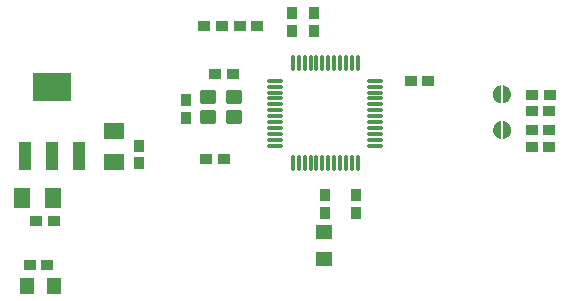
<source format=gtp>
G04*
G04 #@! TF.GenerationSoftware,Altium Limited,Altium Designer,21.3.2 (30)*
G04*
G04 Layer_Color=8421504*
%FSLAX24Y24*%
%MOIN*%
G70*
G04*
G04 #@! TF.SameCoordinates,C6C43F33-DCCB-449E-A6F8-7945281E5F6C*
G04*
G04*
G04 #@! TF.FilePolarity,Positive*
G04*
G01*
G75*
%ADD18R,0.0394X0.0945*%
%ADD19R,0.1299X0.0945*%
%ADD20R,0.0709X0.0551*%
%ADD21R,0.0374X0.0394*%
%ADD22R,0.0551X0.0709*%
%ADD23R,0.0394X0.0374*%
%ADD24R,0.0500X0.0550*%
%ADD25R,0.0550X0.0500*%
%ADD26O,0.0118X0.0571*%
%ADD27O,0.0571X0.0118*%
%ADD28C,0.0079*%
G04:AMPARAMS|DCode=29|XSize=55.1mil|YSize=47.2mil|CornerRadius=5.9mil|HoleSize=0mil|Usage=FLASHONLY|Rotation=0.000|XOffset=0mil|YOffset=0mil|HoleType=Round|Shape=RoundedRectangle|*
%AMROUNDEDRECTD29*
21,1,0.0551,0.0354,0,0,0.0*
21,1,0.0433,0.0472,0,0,0.0*
1,1,0.0118,0.0217,-0.0177*
1,1,0.0118,-0.0217,-0.0177*
1,1,0.0118,-0.0217,0.0177*
1,1,0.0118,0.0217,0.0177*
%
%ADD29ROUNDEDRECTD29*%
G36*
X18458Y13751D02*
X18458Y13751D01*
X18445Y13753D01*
X18418Y13758D01*
X18391Y13766D01*
X18365Y13776D01*
X18341Y13788D01*
X18317Y13803D01*
X18295Y13820D01*
X18275Y13838D01*
X18256Y13859D01*
X18240Y13881D01*
X18225Y13904D01*
X18213Y13929D01*
X18203Y13955D01*
X18195Y13982D01*
X18190Y14009D01*
X18188Y14036D01*
X18188Y14050D01*
X18188Y14064D01*
X18190Y14091D01*
X18195Y14118D01*
X18203Y14145D01*
X18213Y14171D01*
X18225Y14196D01*
X18240Y14219D01*
X18256Y14241D01*
X18275Y14262D01*
X18295Y14280D01*
X18317Y14297D01*
X18341Y14312D01*
X18365Y14324D01*
X18391Y14334D01*
X18418Y14342D01*
X18445Y14347D01*
X18458Y14349D01*
X18458Y13751D01*
D02*
G37*
G36*
X18531Y14347D02*
X18558Y14342D01*
X18585Y14334D01*
X18611Y14324D01*
X18635Y14312D01*
X18659Y14297D01*
X18681Y14280D01*
X18701Y14262D01*
X18719Y14241D01*
X18736Y14219D01*
X18751Y14196D01*
X18763Y14171D01*
X18773Y14145D01*
X18780Y14118D01*
X18785Y14091D01*
X18788Y14064D01*
X18788Y14050D01*
X18788Y14050D01*
X18788Y14036D01*
X18785Y14009D01*
X18780Y13982D01*
X18773Y13955D01*
X18763Y13929D01*
X18751Y13904D01*
X18736Y13881D01*
X18720Y13859D01*
X18701Y13838D01*
X18681Y13820D01*
X18659Y13803D01*
X18635Y13788D01*
X18611Y13776D01*
X18585Y13766D01*
X18558Y13758D01*
X18531Y13753D01*
X18517Y13751D01*
X18517Y14349D01*
X18531Y14347D01*
D02*
G37*
G36*
X18517Y13751D02*
X18517D01*
X18517D01*
D01*
D02*
G37*
G36*
X18450Y14941D02*
X18450Y14941D01*
X18437Y14943D01*
X18410Y14948D01*
X18383Y14956D01*
X18357Y14966D01*
X18333Y14978D01*
X18309Y14993D01*
X18287Y15010D01*
X18267Y15028D01*
X18248Y15049D01*
X18232Y15071D01*
X18217Y15094D01*
X18205Y15119D01*
X18195Y15145D01*
X18188Y15172D01*
X18183Y15199D01*
X18180Y15226D01*
X18180Y15240D01*
X18180Y15254D01*
X18183Y15281D01*
X18188Y15308D01*
X18195Y15335D01*
X18205Y15361D01*
X18217Y15386D01*
X18232Y15409D01*
X18248Y15431D01*
X18267Y15452D01*
X18287Y15470D01*
X18309Y15487D01*
X18333Y15502D01*
X18357Y15514D01*
X18383Y15524D01*
X18410Y15532D01*
X18437Y15537D01*
X18450Y15539D01*
X18450Y14941D01*
D02*
G37*
G36*
X18523Y15537D02*
X18550Y15532D01*
X18577Y15524D01*
X18603Y15514D01*
X18627Y15502D01*
X18651Y15487D01*
X18673Y15470D01*
X18693Y15452D01*
X18712Y15431D01*
X18728Y15409D01*
X18743Y15386D01*
X18755Y15361D01*
X18765Y15335D01*
X18772Y15308D01*
X18777Y15281D01*
X18780Y15254D01*
X18780Y15240D01*
X18780Y15240D01*
X18780Y15226D01*
X18777Y15199D01*
X18772Y15172D01*
X18765Y15145D01*
X18755Y15119D01*
X18743Y15094D01*
X18728Y15071D01*
X18712Y15049D01*
X18693Y15028D01*
X18673Y15010D01*
X18651Y14993D01*
X18627Y14978D01*
X18603Y14966D01*
X18577Y14956D01*
X18550Y14948D01*
X18523Y14943D01*
X18510Y14941D01*
X18510Y15539D01*
X18523Y15537D01*
D02*
G37*
G36*
X18510Y14941D02*
X18510D01*
X18510D01*
D01*
D02*
G37*
D18*
X2572Y13194D02*
D03*
X3477D02*
D03*
X4383D02*
D03*
D19*
X3477Y15478D02*
D03*
D20*
X5560Y14012D02*
D03*
Y12988D02*
D03*
D21*
X6380Y13525D02*
D03*
Y12935D02*
D03*
X11480Y17350D02*
D03*
Y17941D02*
D03*
X13610Y11875D02*
D03*
Y11285D02*
D03*
X12570D02*
D03*
Y11875D02*
D03*
X12210Y17941D02*
D03*
Y17350D02*
D03*
X7950Y14445D02*
D03*
Y15035D02*
D03*
D22*
X3502Y11780D02*
D03*
X2478D02*
D03*
D23*
X3535Y11010D02*
D03*
X2945D02*
D03*
X9205Y13090D02*
D03*
X8615D02*
D03*
X15440Y15690D02*
D03*
X16031D02*
D03*
X2735Y9560D02*
D03*
X3325D02*
D03*
X20065Y13480D02*
D03*
X19475D02*
D03*
X20065Y14670D02*
D03*
X19475D02*
D03*
X8545Y17520D02*
D03*
X9135D02*
D03*
X19475Y14050D02*
D03*
X20065D02*
D03*
X19491Y15200D02*
D03*
X20082D02*
D03*
X10325Y17520D02*
D03*
X9735D02*
D03*
X9501Y15920D02*
D03*
X8910D02*
D03*
D24*
X2650Y8860D02*
D03*
X3550D02*
D03*
D25*
X12540Y10630D02*
D03*
Y9730D02*
D03*
D26*
X11511Y16269D02*
D03*
X11708D02*
D03*
X11904D02*
D03*
X12101D02*
D03*
X12298D02*
D03*
X12495D02*
D03*
X12692D02*
D03*
X12889D02*
D03*
X13086D02*
D03*
X13282D02*
D03*
X13479D02*
D03*
X13676D02*
D03*
Y12942D02*
D03*
X13479D02*
D03*
X13282D02*
D03*
X13086D02*
D03*
X12889D02*
D03*
X12692D02*
D03*
X12495D02*
D03*
X12298D02*
D03*
X12101D02*
D03*
X11904D02*
D03*
X11708D02*
D03*
X11511D02*
D03*
D27*
X14257Y15688D02*
D03*
Y15491D02*
D03*
Y15294D02*
D03*
Y15097D02*
D03*
Y14901D02*
D03*
Y14704D02*
D03*
Y14507D02*
D03*
Y14310D02*
D03*
Y14113D02*
D03*
Y13916D02*
D03*
Y13719D02*
D03*
Y13523D02*
D03*
X10930D02*
D03*
Y13719D02*
D03*
Y13916D02*
D03*
Y14113D02*
D03*
Y14310D02*
D03*
Y14507D02*
D03*
Y14704D02*
D03*
Y14901D02*
D03*
Y15097D02*
D03*
Y15294D02*
D03*
Y15491D02*
D03*
Y15688D02*
D03*
D28*
X18630Y14050D02*
D03*
X18346D02*
D03*
X18622Y15240D02*
D03*
X18338D02*
D03*
D29*
X8677Y14475D02*
D03*
X9543D02*
D03*
Y15145D02*
D03*
X8677D02*
D03*
M02*

</source>
